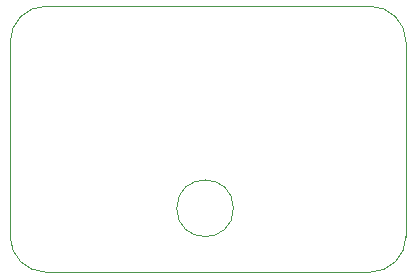
<source format=gm1>
G04 #@! TF.GenerationSoftware,KiCad,Pcbnew,8.0.5*
G04 #@! TF.CreationDate,2024-11-09T17:30:00+01:00*
G04 #@! TF.ProjectId,converter,636f6e76-6572-4746-9572-2e6b69636164,rev?*
G04 #@! TF.SameCoordinates,Original*
G04 #@! TF.FileFunction,Profile,NP*
%FSLAX46Y46*%
G04 Gerber Fmt 4.6, Leading zero omitted, Abs format (unit mm)*
G04 Created by KiCad (PCBNEW 8.0.5) date 2024-11-09 17:30:00*
%MOMM*%
%LPD*%
G01*
G04 APERTURE LIST*
G04 #@! TA.AperFunction,Profile*
%ADD10C,0.050000*%
G04 #@! TD*
G04 APERTURE END LIST*
D10*
X72500000Y-21000000D02*
G75*
G02*
X75500000Y-24000000I0J-3000000D01*
G01*
X75500000Y-24000000D02*
X75500000Y-40500000D01*
X42000000Y-40500000D02*
X42000000Y-24000000D01*
X45000000Y-43500000D02*
G75*
G02*
X42000000Y-40500000I0J3000000D01*
G01*
X72500000Y-43500000D02*
X45000000Y-43500000D01*
X72500000Y-21000000D02*
X45000000Y-21000000D01*
X75500000Y-40500000D02*
G75*
G02*
X72500000Y-43500000I-3000000J0D01*
G01*
X42000000Y-24000000D02*
G75*
G02*
X45000000Y-21000000I3000000J0D01*
G01*
X60900000Y-38100000D02*
G75*
G02*
X56100000Y-38100000I-2400000J0D01*
G01*
X56100000Y-38100000D02*
G75*
G02*
X60900000Y-38100000I2400000J0D01*
G01*
M02*

</source>
